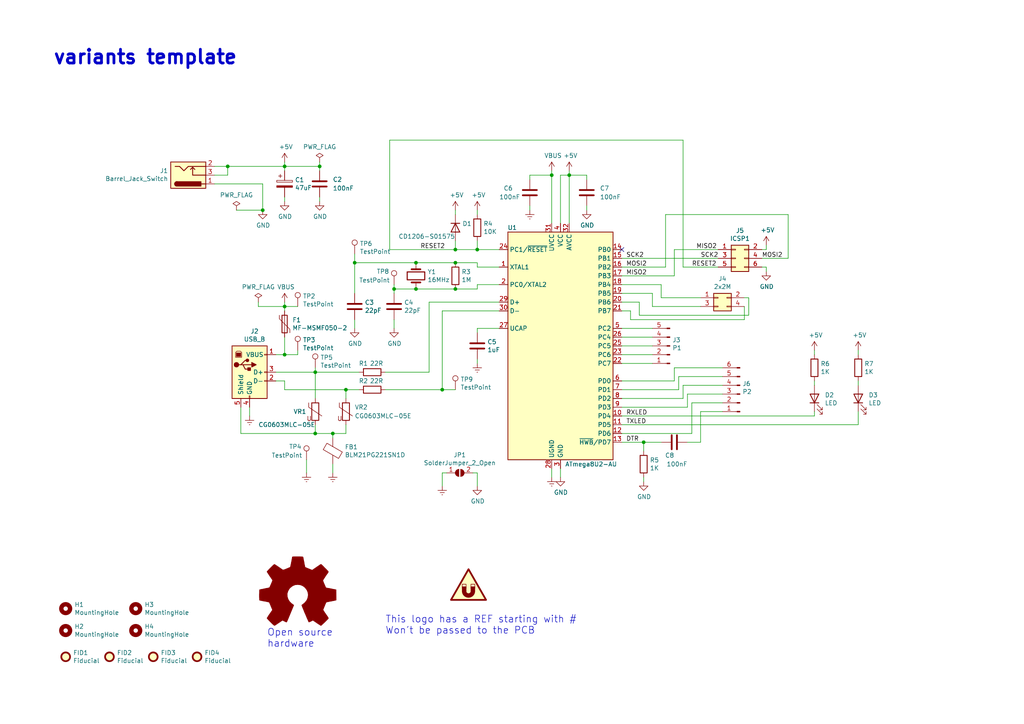
<source format=kicad_sch>
(kicad_sch (version 20211123) (generator eeschema)
  (paper "A4")
  (title_block (title "Arduino UNO programmer") (date "2022-07-23") (rev "r1") (company "Arduino") (comment 1 "Just a copy of the original circuit, but not as ugly"))
  (lib_symbols
    (symbol "Connector:Barrel_Jack_Switch" (pin_names hide)
      (property "Reference" "J" (at 0 5.334 0))
      (property "Value" "Barrel_Jack_Switch" (at 0 -5.08 0))
      (symbol "Barrel_Jack_Switch_1_1"
        (pin passive line (at 7.62 2.54 180) (length 2.54) (name "~") (number "1"))
        (pin passive line (at 7.62 -2.54 180) (length 2.54) (name "~") (number "2"))
        (pin passive line (at 7.62 0 180) (length 2.54) (name "~") (number "3"))
      )
    )
    (symbol "Connector:Conn_01x05_Male" (pin_names (offset 1.016) hide)
      (property "Reference" "J" (at 0 7.62 0))
      (property "Value" "Conn_01x05_Male" (at 0 -7.62 0))
      (symbol "Conn_01x05_Male_1_1"
        (pin passive line (at 5.08 5.08 180) (length 3.81) (name "Pin_1") (number "1"))
        (pin passive line (at 5.08 2.54 180) (length 3.81) (name "Pin_2") (number "2"))
        (pin passive line (at 5.08 0 180) (length 3.81) (name "Pin_3") (number "3"))
        (pin passive line (at 5.08 -2.54 180) (length 3.81) (name "Pin_4") (number "4"))
        (pin passive line (at 5.08 -5.08 180) (length 3.81) (name "Pin_5") (number "5"))
      )
    )
    (symbol "Connector:Conn_01x06_Male" (pin_names (offset 1.016) hide)
      (property "Reference" "J" (at 0 7.62 0))
      (property "Value" "Conn_01x06_Male" (at 0 -10.16 0))
      (symbol "Conn_01x06_Male_1_1"
        (pin passive line (at 5.08 5.08 180) (length 3.81) (name "Pin_1") (number "1"))
        (pin passive line (at 5.08 2.54 180) (length 3.81) (name "Pin_2") (number "2"))
        (pin passive line (at 5.08 0 180) (length 3.81) (name "Pin_3") (number "3"))
        (pin passive line (at 5.08 -2.54 180) (length 3.81) (name "Pin_4") (number "4"))
        (pin passive line (at 5.08 -5.08 180) (length 3.81) (name "Pin_5") (number "5"))
        (pin passive line (at 5.08 -7.62 180) (length 3.81) (name "Pin_6") (number "6"))
      )
    )
    (symbol "Connector:TestPoint" (pin_numbers hide) (pin_names (offset 0.762) hide)
      (property "Reference" "TP" (at 0 6.858 0))
      (property "Value" "TestPoint" (at 0 5.08 0))
      (symbol "TestPoint_1_1"
        (pin passive line (at 0 0 90) (length 2.54) (name "1") (number "1"))
      )
    )
    (symbol "Connector:USB_B" (pin_names (offset 1.016))
      (property "Reference" "J" (at -5.08 11.43 0))
      (property "Value" "USB_B" (at -5.08 8.89 0))
      (symbol "USB_B_1_1"
        (pin power_out line (at 7.62 5.08 180) (length 2.54) (name "VBUS") (number "1"))
        (pin bidirectional line (at 7.62 -2.54 180) (length 2.54) (name "D-") (number "2"))
        (pin bidirectional line (at 7.62 0 180) (length 2.54) (name "D+") (number "3"))
        (pin power_out line (at 0 -10.16 90) (length 2.54) (name "GND") (number "4"))
        (pin passive line (at -2.54 -10.16 90) (length 2.54) (name "Shield") (number "5"))
      )
    )
    (symbol "Connector_Generic:Conn_02x02_Odd_Even" (pin_names (offset 1.016) hide)
      (property "Reference" "J" (at 1.27 2.54 0))
      (property "Value" "Conn_02x02_Odd_Even" (at 1.27 -5.08 0))
      (symbol "Conn_02x02_Odd_Even_1_1"
        (pin passive line (at -5.08 0 0) (length 3.81) (name "Pin_1") (number "1"))
        (pin passive line (at 7.62 0 180) (length 3.81) (name "Pin_2") (number "2"))
        (pin passive line (at -5.08 -2.54 0) (length 3.81) (name "Pin_3") (number "3"))
        (pin passive line (at 7.62 -2.54 180) (length 3.81) (name "Pin_4") (number "4"))
      )
    )
    (symbol "Connector_Generic:Conn_02x03_Odd_Even" (pin_names (offset 1.016) hide)
      (property "Reference" "J" (at 1.27 5.08 0))
      (property "Value" "Conn_02x03_Odd_Even" (at 1.27 -5.08 0))
      (symbol "Conn_02x03_Odd_Even_1_1"
        (pin passive line (at -5.08 2.54 0) (length 3.81) (name "Pin_1") (number "1"))
        (pin passive line (at 7.62 2.54 180) (length 3.81) (name "Pin_2") (number "2"))
        (pin passive line (at -5.08 0 0) (length 3.81) (name "Pin_3") (number "3"))
        (pin passive line (at 7.62 0 180) (length 3.81) (name "Pin_4") (number "4"))
        (pin passive line (at -5.08 -2.54 0) (length 3.81) (name "Pin_5") (number "5"))
        (pin passive line (at 7.62 -2.54 180) (length 3.81) (name "Pin_6") (number "6"))
      )
    )
    (symbol "Device:C" (pin_numbers hide) (pin_names (offset 0.254))
      (property "Reference" "C" (at 0.635 2.54 0))
      (property "Value" "C" (at 0.635 -2.54 0))
      (symbol "C_1_1"
        (pin passive line (at 0 3.81 270) (length 2.794) (name "~") (number "1"))
        (pin passive line (at 0 -3.81 90) (length 2.794) (name "~") (number "2"))
      )
    )
    (symbol "Device:C_Polarized" (pin_numbers hide) (pin_names (offset 0.254))
      (property "Reference" "C" (at 0.635 2.54 0))
      (property "Value" "C_Polarized" (at 0.635 -2.54 0))
      (symbol "C_Polarized_1_1"
        (pin passive line (at 0 3.81 270) (length 2.794) (name "~") (number "1"))
        (pin passive line (at 0 -3.81 90) (length 2.794) (name "~") (number "2"))
      )
    )
    (symbol "Device:Crystal" (pin_numbers hide) (pin_names (offset 1.016) hide)
      (property "Reference" "Y" (at 0 3.81 0))
      (property "Value" "Crystal" (at 0 -3.81 0))
      (symbol "Crystal_1_1"
        (pin passive line (at -3.81 0 0) (length 1.27) (name "1") (number "1"))
        (pin passive line (at 3.81 0 180) (length 1.27) (name "2") (number "2"))
      )
    )
    (symbol "Device:D" (pin_numbers hide) (pin_names (offset 1.016) hide)
      (property "Reference" "D" (at 0 2.54 0))
      (property "Value" "D" (at 0 -2.54 0))
      (symbol "D_1_1"
        (pin passive line (at -3.81 0 0) (length 2.54) (name "K") (number "1"))
        (pin passive line (at 3.81 0 180) (length 2.54) (name "A") (number "2"))
      )
    )
    (symbol "Device:FerriteBead" (pin_numbers hide) (pin_names (offset 0))
      (property "Reference" "FB" (at -3.81 0.635 90))
      (property "Value" "FerriteBead" (at 3.81 0 90))
      (symbol "FerriteBead_1_1"
        (pin passive line (at 0 3.81 270) (length 2.54) (name "~") (number "1"))
        (pin passive line (at 0 -3.81 90) (length 2.54) (name "~") (number "2"))
      )
    )
    (symbol "Device:LED" (pin_numbers hide) (pin_names (offset 1.016) hide)
      (property "Reference" "D" (at 0 2.54 0))
      (property "Value" "LED" (at 0 -2.54 0))
      (symbol "LED_1_1"
        (pin passive line (at -3.81 0 0) (length 2.54) (name "K") (number "1"))
        (pin passive line (at 3.81 0 180) (length 2.54) (name "A") (number "2"))
      )
    )
    (symbol "Device:Polyfuse" (pin_numbers hide) (pin_names (offset 0))
      (property "Reference" "F" (at -2.54 0 90))
      (property "Value" "Polyfuse" (at 2.54 0 90))
      (symbol "Polyfuse_1_1"
        (pin passive line (at 0 3.81 270) (length 1.27) (name "~") (number "1"))
        (pin passive line (at 0 -3.81 90) (length 1.27) (name "~") (number "2"))
      )
    )
    (symbol "Device:R" (pin_numbers hide) (pin_names (offset 0))
      (property "Reference" "R" (at 2.032 0 90))
      (property "Value" "R" (at 0 0 90))
      (symbol "R_1_1"
        (pin passive line (at 0 3.81 270) (length 1.27) (name "~") (number "1"))
        (pin passive line (at 0 -3.81 90) (length 1.27) (name "~") (number "2"))
      )
    )
    (symbol "Device:Varistor" (pin_numbers hide) (pin_names (offset 0))
      (property "Reference" "RV" (at 3.175 0 90))
      (property "Value" "Varistor" (at -3.175 0 90))
      (symbol "Varistor_0_0"
        (text "U" (at -1.778 -2.032 0) (effects (font (size 1.27 1.27))))
      )
      (symbol "Varistor_1_1"
        (pin passive line (at 0 3.81 270) (length 1.27) (name "~") (number "1"))
        (pin passive line (at 0 -3.81 90) (length 1.27) (name "~") (number "2"))
      )
    )
    (symbol "Graphic:Logo_Open_Hardware_Large" (pin_names (offset 1.016)))
    (symbol "Graphic:SYM_Magnet_Large" (pin_names (offset 1.016) hide))
    (symbol "Jumper:SolderJumper_2_Open" (pin_names (offset 0) hide)
      (property "Reference" "JP" (at 0 2.032 0))
      (property "Value" "SolderJumper_2_Open" (at 0 -2.54 0))
      (symbol "SolderJumper_2_Open_1_1"
        (pin passive line (at -3.81 0 0) (length 2.54) (name "A") (number "1"))
        (pin passive line (at 3.81 0 180) (length 2.54) (name "B") (number "2"))
      )
    )
    (symbol "MCU_Microchip_ATmega:ATmega8U2-A"
      (property "Reference" "U" (at -15.24 34.29 0))
      (property "Value" "ATmega8U2-A" (at 2.54 -34.29 0))
      (symbol "ATmega8U2-A_1_1"
        (pin input line (at -17.78 22.86 0) (length 2.54) (name "XTAL1") (number "1"))
        (pin bidirectional line (at 17.78 -20.32 180) (length 2.54) (name "PD4") (number "10"))
        (pin bidirectional line (at 17.78 -22.86 180) (length 2.54) (name "PD5") (number "11"))
        (pin bidirectional line (at 17.78 -25.4 180) (length 2.54) (name "PD6") (number "12"))
        (pin bidirectional line (at 17.78 -27.94 180) (length 2.54) (name "~{HWB}/PD7") (number "13"))
        (pin bidirectional line (at 17.78 27.94 180) (length 2.54) (name "PB0") (number "14"))
        (pin bidirectional line (at 17.78 25.4 180) (length 2.54) (name "PB1") (number "15"))
        (pin bidirectional line (at 17.78 22.86 180) (length 2.54) (name "PB2") (number "16"))
        (pin bidirectional line (at 17.78 20.32 180) (length 2.54) (name "PB3") (number "17"))
        (pin bidirectional line (at 17.78 17.78 180) (length 2.54) (name "PB4") (number "18"))
        (pin bidirectional line (at 17.78 15.24 180) (length 2.54) (name "PB5") (number "19"))
        (pin bidirectional line (at -17.78 17.78 0) (length 2.54) (name "PC0/XTAL2") (number "2"))
        (pin bidirectional line (at 17.78 12.7 180) (length 2.54) (name "PB6") (number "20"))
        (pin bidirectional line (at 17.78 10.16 180) (length 2.54) (name "PB7") (number "21"))
        (pin bidirectional line (at 17.78 -5.08 180) (length 2.54) (name "PC7") (number "22"))
        (pin bidirectional line (at 17.78 -2.54 180) (length 2.54) (name "PC6") (number "23"))
        (pin bidirectional line (at -17.78 27.94 0) (length 2.54) (name "PC1/~{RESET}") (number "24"))
        (pin bidirectional line (at 17.78 0 180) (length 2.54) (name "PC5") (number "25"))
        (pin bidirectional line (at 17.78 2.54 180) (length 2.54) (name "PC4") (number "26"))
        (pin passive line (at -17.78 5.08 0) (length 2.54) (name "UCAP") (number "27"))
        (pin power_in line (at -2.54 -35.56 90) (length 2.54) (name "UGND") (number "28"))
        (pin bidirectional line (at -17.78 12.7 0) (length 2.54) (name "D+") (number "29"))
        (pin power_in line (at 0 -35.56 90) (length 2.54) (name "GND") (number "3"))
        (pin bidirectional line (at -17.78 10.16 0) (length 2.54) (name "D-") (number "30"))
        (pin power_in line (at -2.54 35.56 270) (length 2.54) (name "UVCC") (number "31"))
        (pin power_in line (at 2.54 35.56 270) (length 2.54) (name "AVCC") (number "32"))
        (pin power_in line (at 0 35.56 270) (length 2.54) (name "VCC") (number "4"))
        (pin bidirectional line (at 17.78 5.08 180) (length 2.54) (name "PC2") (number "5"))
        (pin bidirectional line (at 17.78 -10.16 180) (length 2.54) (name "PD0") (number "6"))
        (pin bidirectional line (at 17.78 -12.7 180) (length 2.54) (name "PD1") (number "7"))
        (pin bidirectional line (at 17.78 -15.24 180) (length 2.54) (name "PD2") (number "8"))
        (pin bidirectional line (at 17.78 -17.78 180) (length 2.54) (name "PD3") (number "9"))
      )
    )
    (symbol "Mechanical:Fiducial"
      (property "Reference" "FID" (at 0 5.08 0))
      (property "Value" "Fiducial" (at 0 3.175 0))
    )
    (symbol "Mechanical:MountingHole" (pin_names (offset 1.016))
      (property "Reference" "H" (at 0 5.08 0))
      (property "Value" "MountingHole" (at 0 3.175 0))
    )
    (symbol "power:+5V" (power) (pin_names (offset 0))
      (property "Value" "+5V" (at 0 3.556 0))
      (symbol "+5V_1_1"
        (pin power_in line (at 0 0 90) (length 0) hide (name "+5V") (number "1"))
      )
    )
    (symbol "power:Earth" (power) (pin_names (offset 0))
      (symbol "Earth_1_1"
        (pin power_in line (at 0 0 270) (length 0) hide (name "Earth") (number "1"))
      )
    )
    (symbol "power:GND" (power) (pin_names (offset 0))
      (property "Value" "GND" (at 0 -3.81 0))
      (symbol "GND_1_1"
        (pin power_in line (at 0 0 270) (length 0) hide (name "GND") (number "1"))
      )
    )
    (symbol "power:PWR_FLAG" (power) (pin_numbers hide) (pin_names (offset 0) hide)
      (property "Value" "PWR_FLAG" (at 0 3.81 0))
      (symbol "PWR_FLAG_0_0"
        (pin power_out line (at 0 0 90) (length 0) (name "pwr") (number "1"))
      )
    )
    (symbol "power:VBUS" (power) (pin_names (offset 0))
      (property "Value" "VBUS" (at 0 3.81 0))
      (symbol "VBUS_1_1"
        (pin power_in line (at 0 0 90) (length 0) hide (name "VBUS") (number "1"))
      )
    )
  )
  (junction (at 82.55 88.9))
  (junction (at 160.02 50.8))
  (junction (at 132.08 76.2))
  (junction (at 91.44 125.73))
  (junction (at 100.33 113.03))
  (junction (at 138.43 72.39))
  (junction (at 128.27 113.03))
  (junction (at 96.52 125.73))
  (junction (at 186.69 128.27))
  (junction (at 120.65 76.2))
  (junction (at 114.3 83.82))
  (junction (at 82.55 48.26))
  (junction (at 92.71 48.26))
  (junction (at 102.87 76.2))
  (junction (at 132.08 72.39))
  (junction (at 82.55 102.87))
  (junction (at 91.44 107.95))
  (junction (at 165.1 50.8))
  (junction (at 132.08 83.82))
  (junction (at 66.04 48.26))
  (junction (at 76.2 60.96))
  (junction (at 120.65 83.82))
  (no_connect (at 180.34 72.39))
  (wire (pts (xy 186.69 130.81) (xy 186.69 128.27)))
  (wire (pts (xy 96.52 125.73) (xy 96.52 127)))
  (wire (pts (xy 91.44 125.73) (xy 96.52 125.73)))
  (wire (pts (xy 82.55 102.87) (xy 82.55 97.79)))
  (wire (pts (xy 92.71 46.99) (xy 92.71 48.26)))
  (wire (pts (xy 66.04 50.8) (xy 66.04 48.26)))
  (wire (pts (xy 162.56 50.8) (xy 165.1 50.8)))
  (wire (pts (xy 248.92 123.19) (xy 248.92 119.38)))
  (wire (pts (xy 153.67 50.8) (xy 160.02 50.8)))
  (wire (pts (xy 144.78 95.25) (xy 138.43 95.25)))
  (wire (pts (xy 132.08 76.2) (xy 120.65 76.2)))
  (wire (pts (xy 111.76 113.03) (xy 128.27 113.03)))
  (wire (pts (xy 182.88 92.71) (xy 215.9 92.71)))
  (wire (pts (xy 128.27 137.16) (xy 128.27 140.97)))
  (wire (pts (xy 180.34 85.09) (xy 189.23 85.09)))
  (wire (pts (xy 209.55 106.68) (xy 195.58 106.68)))
  (wire (pts (xy 114.3 92.71) (xy 114.3 95.25)))
  (wire (pts (xy 180.34 80.01) (xy 195.58 80.01)))
  (wire (pts (xy 162.56 64.77) (xy 162.56 50.8)))
  (wire (pts (xy 82.55 113.03) (xy 82.55 110.49)))
  (wire (pts (xy 203.2 128.27) (xy 203.2 119.38)))
  (wire (pts (xy 180.34 87.63) (xy 185.42 87.63)))
  (wire (pts (xy 100.33 113.03) (xy 82.55 113.03)))
  (wire (pts (xy 76.2 60.96) (xy 68.58 60.96)))
  (wire (pts (xy 138.43 77.47) (xy 138.43 76.2)))
  (wire (pts (xy 138.43 95.25) (xy 138.43 96.52)))
  (wire (pts (xy 132.08 69.85) (xy 132.08 72.39)))
  (wire (pts (xy 62.23 50.8) (xy 66.04 50.8)))
  (wire (pts (xy 120.65 83.82) (xy 114.3 83.82)))
  (wire (pts (xy 198.12 111.76) (xy 198.12 115.57)))
  (wire (pts (xy 217.17 91.44) (xy 217.17 86.36)))
  (wire (pts (xy 220.98 72.39) (xy 222.25 72.39)))
  (wire (pts (xy 69.85 118.11) (xy 69.85 125.73)))
  (wire (pts (xy 153.67 52.07) (xy 153.67 50.8)))
  (wire (pts (xy 114.3 82.55) (xy 114.3 83.82)))
  (wire (pts (xy 199.39 128.27) (xy 203.2 128.27)))
  (wire (pts (xy 195.58 80.01) (xy 195.58 72.39)))
  (wire (pts (xy 198.12 40.64) (xy 113.03 40.64)))
  (wire (pts (xy 113.03 72.39) (xy 132.08 72.39)))
  (wire (pts (xy 153.67 59.69) (xy 153.67 60.96)))
  (wire (pts (xy 236.22 120.65) (xy 236.22 119.38)))
  (wire (pts (xy 180.34 95.25) (xy 189.23 95.25)))
  (wire (pts (xy 198.12 77.47) (xy 198.12 40.64)))
  (wire (pts (xy 80.01 102.87) (xy 82.55 102.87)))
  (wire (pts (xy 129.54 137.16) (xy 128.27 137.16)))
  (wire (pts (xy 92.71 57.15) (xy 92.71 58.42)))
  (wire (pts (xy 144.78 77.47) (xy 138.43 77.47)))
  (wire (pts (xy 182.88 90.17) (xy 182.88 92.71)))
  (wire (pts (xy 91.44 106.68) (xy 91.44 107.95)))
  (wire (pts (xy 199.39 114.3) (xy 209.55 114.3)))
  (wire (pts (xy 96.52 125.73) (xy 100.33 125.73)))
  (wire (pts (xy 138.43 83.82) (xy 138.43 82.55)))
  (wire (pts (xy 236.22 110.49) (xy 236.22 111.76)))
  (wire (pts (xy 96.52 134.62) (xy 96.52 137.16)))
  (wire (pts (xy 62.23 48.26) (xy 66.04 48.26)))
  (wire (pts (xy 180.34 125.73) (xy 200.66 125.73)))
  (wire (pts (xy 120.65 76.2) (xy 102.87 76.2)))
  (wire (pts (xy 72.39 118.11) (xy 72.39 120.65)))
  (wire (pts (xy 165.1 64.77) (xy 165.1 50.8)))
  (wire (pts (xy 180.34 118.11) (xy 199.39 118.11)))
  (wire (pts (xy 220.98 77.47) (xy 222.25 77.47)))
  (wire (pts (xy 138.43 76.2) (xy 132.08 76.2)))
  (wire (pts (xy 195.58 72.39) (xy 208.28 72.39)))
  (wire (pts (xy 132.08 83.82) (xy 120.65 83.82)))
  (wire (pts (xy 100.33 115.57) (xy 100.33 113.03)))
  (wire (pts (xy 180.34 120.65) (xy 236.22 120.65)))
  (wire (pts (xy 180.34 128.27) (xy 186.69 128.27)))
  (wire (pts (xy 170.18 52.07) (xy 170.18 50.8)))
  (wire (pts (xy 138.43 60.96) (xy 138.43 62.23)))
  (wire (pts (xy 180.34 82.55) (xy 191.77 82.55)))
  (wire (pts (xy 195.58 106.68) (xy 195.58 110.49)))
  (wire (pts (xy 189.23 85.09) (xy 189.23 88.9)))
  (wire (pts (xy 189.23 88.9) (xy 203.2 88.9)))
  (wire (pts (xy 102.87 76.2) (xy 102.87 85.09)))
  (wire (pts (xy 128.27 113.03) (xy 128.27 90.17)))
  (wire (pts (xy 92.71 48.26) (xy 92.71 49.53)))
  (wire (pts (xy 189.23 97.79) (xy 180.34 97.79)))
  (wire (pts (xy 185.42 87.63) (xy 185.42 91.44)))
  (wire (pts (xy 86.36 101.6) (xy 86.36 102.87)))
  (wire (pts (xy 170.18 59.69) (xy 170.18 60.96)))
  (wire (pts (xy 138.43 105.41) (xy 138.43 104.14)))
  (wire (pts (xy 186.69 138.43) (xy 186.69 139.7)))
  (wire (pts (xy 82.55 57.15) (xy 82.55 58.42)))
  (wire (pts (xy 82.55 110.49) (xy 80.01 110.49)))
  (wire (pts (xy 180.34 100.33) (xy 189.23 100.33)))
  (wire (pts (xy 138.43 137.16) (xy 138.43 140.97)))
  (wire (pts (xy 132.08 60.96) (xy 132.08 62.23)))
  (wire (pts (xy 228.6 74.93) (xy 228.6 62.23)))
  (wire (pts (xy 82.55 46.99) (xy 82.55 48.26)))
  (wire (pts (xy 137.16 137.16) (xy 138.43 137.16)))
  (wire (pts (xy 222.25 72.39) (xy 222.25 71.12)))
  (wire (pts (xy 208.28 77.47) (xy 198.12 77.47)))
  (wire (pts (xy 104.14 113.03) (xy 100.33 113.03)))
  (wire (pts (xy 86.36 88.9) (xy 82.55 88.9)))
  (wire (pts (xy 198.12 115.57) (xy 180.34 115.57)))
  (wire (pts (xy 189.23 102.87) (xy 180.34 102.87)))
  (wire (pts (xy 100.33 125.73) (xy 100.33 123.19)))
  (wire (pts (xy 203.2 119.38) (xy 209.55 119.38)))
  (wire (pts (xy 180.34 113.03) (xy 196.85 113.03)))
  (wire (pts (xy 222.25 77.47) (xy 222.25 78.74)))
  (wire (pts (xy 185.42 91.44) (xy 217.17 91.44)))
  (wire (pts (xy 114.3 83.82) (xy 114.3 85.09)))
  (wire (pts (xy 66.04 48.26) (xy 82.55 48.26)))
  (wire (pts (xy 191.77 82.55) (xy 191.77 86.36)))
  (wire (pts (xy 180.34 90.17) (xy 182.88 90.17)))
  (wire (pts (xy 236.22 101.6) (xy 236.22 102.87)))
  (wire (pts (xy 124.46 87.63) (xy 124.46 107.95)))
  (wire (pts (xy 199.39 118.11) (xy 199.39 114.3)))
  (wire (pts (xy 180.34 74.93) (xy 208.28 74.93)))
  (wire (pts (xy 217.17 86.36) (xy 215.9 86.36)))
  (wire (pts (xy 82.55 48.26) (xy 92.71 48.26)))
  (wire (pts (xy 102.87 92.71) (xy 102.87 95.25)))
  (wire (pts (xy 195.58 110.49) (xy 180.34 110.49)))
  (wire (pts (xy 193.04 62.23) (xy 228.6 62.23)))
  (wire (pts (xy 113.03 40.64) (xy 113.03 72.39)))
  (wire (pts (xy 196.85 113.03) (xy 196.85 109.22)))
  (wire (pts (xy 74.93 88.9) (xy 74.93 87.63)))
  (wire (pts (xy 82.55 48.26) (xy 82.55 49.53)))
  (wire (pts (xy 165.1 50.8) (xy 165.1 49.53)))
  (wire (pts (xy 160.02 64.77) (xy 160.02 50.8)))
  (wire (pts (xy 160.02 135.89) (xy 160.02 138.43)))
  (wire (pts (xy 138.43 82.55) (xy 144.78 82.55)))
  (wire (pts (xy 248.92 110.49) (xy 248.92 111.76)))
  (wire (pts (xy 144.78 87.63) (xy 124.46 87.63)))
  (wire (pts (xy 69.85 125.73) (xy 91.44 125.73)))
  (wire (pts (xy 132.08 72.39) (xy 138.43 72.39)))
  (wire (pts (xy 200.66 125.73) (xy 200.66 116.84)))
  (wire (pts (xy 193.04 77.47) (xy 193.04 62.23)))
  (wire (pts (xy 180.34 123.19) (xy 248.92 123.19)))
  (wire (pts (xy 91.44 107.95) (xy 104.14 107.95)))
  (wire (pts (xy 102.87 73.66) (xy 102.87 76.2)))
  (wire (pts (xy 91.44 123.19) (xy 91.44 125.73)))
  (wire (pts (xy 132.08 83.82) (xy 138.43 83.82)))
  (wire (pts (xy 76.2 53.34) (xy 76.2 60.96)))
  (wire (pts (xy 209.55 111.76) (xy 198.12 111.76)))
  (wire (pts (xy 82.55 88.9) (xy 82.55 87.63)))
  (wire (pts (xy 165.1 50.8) (xy 170.18 50.8)))
  (wire (pts (xy 91.44 115.57) (xy 91.44 107.95)))
  (wire (pts (xy 196.85 109.22) (xy 209.55 109.22)))
  (wire (pts (xy 62.23 53.34) (xy 76.2 53.34)))
  (wire (pts (xy 132.08 113.03) (xy 128.27 113.03)))
  (wire (pts (xy 80.01 107.95) (xy 91.44 107.95)))
  (wire (pts (xy 200.66 116.84) (xy 209.55 116.84)))
  (wire (pts (xy 162.56 135.89) (xy 162.56 138.43)))
  (wire (pts (xy 191.77 86.36) (xy 203.2 86.36)))
  (wire (pts (xy 180.34 105.41) (xy 189.23 105.41)))
  (wire (pts (xy 160.02 50.8) (xy 160.02 49.53)))
  (wire (pts (xy 124.46 107.95) (xy 111.76 107.95)))
  (wire (pts (xy 82.55 88.9) (xy 74.93 88.9)))
  (wire (pts (xy 138.43 72.39) (xy 144.78 72.39)))
  (wire (pts (xy 128.27 90.17) (xy 144.78 90.17)))
  (wire (pts (xy 248.92 101.6) (xy 248.92 102.87)))
  (wire (pts (xy 82.55 90.17) (xy 82.55 88.9)))
  (wire (pts (xy 186.69 128.27) (xy 191.77 128.27)))
  (wire (pts (xy 215.9 92.71) (xy 215.9 88.9)))
  (wire (pts (xy 88.9 133.35) (xy 88.9 137.16)))
  (wire (pts (xy 138.43 69.85) (xy 138.43 72.39)))
  (wire (pts (xy 180.34 77.47) (xy 193.04 77.47)))
  (wire (pts (xy 220.98 74.93) (xy 228.6 74.93)))
  (wire (pts (xy 86.36 102.87) (xy 82.55 102.87)))
  (text "Open source\nhardware" (at 77.47 187.96 0) (effects (font (size 2.0066 2.0066)) (justify left bottom)))
  (text "This logo has a REF starting with #\nWon't be passed to the PCB" (at 111.76 184.15 0) (effects (font (size 2.0066 2.0066)) (justify left bottom)))
  (text "variants template" (at 15.24 19.05 0) (effects (font (size 3.9878 3.9878) (thickness 0.7976) bold) (justify left bottom)))
  (label "RESET2" (at 121.92 72.39 0))
  (label "MISO2" (at 181.61 80.01 0))
  (label "DTR" (at 181.61 128.27 0))
  (label "SCK2" (at 181.61 74.93 0))
  (label "RXLED" (at 181.61 120.65 0))
  (label "RESET2" (at 200.66 77.47 0))
  (label "MISO2" (at 201.93 72.39 0))
  (label "SCK2" (at 203.2 74.93 0))
  (label "TXLED" (at 181.61 123.19 0))
  (label "MOSI2" (at 220.98 74.93 0))
  (label "MOSI2" (at 181.61 77.47 0))
  (symbol (lib_id "MCU_Microchip_ATmega:ATmega8U2-A") (at 162.56 100.33 0) (unit 1)
    (property "Reference" "U1" (at 148.59 66.04 0))
    (property "Value" "ATmega8U2-AU" (at 171.45 134.62 0))
    (property "Footprint" "Package_QFP:TQFP-32_7x7mm_P0.8mm" (effects hide))
    (property "Datasheet" "http://ww1.microchip.com/downloads/en/DeviceDoc/doc7799.pdf" (effects hide))
  )
  (symbol (lib_id "Device:R") (at 132.08 80.01 0) (unit 1)
    (property "Reference" "R3" (at 133.858 78.8416 0) (effects (justify left)))
    (property "Value" "1M" (at 133.858 81.153 0) (effects (justify left)))
    (property "Footprint" "Resistor_SMD:R_0805_2012Metric" (effects hide))
    (property "Config" "+USB,+XTAL" (effects hide))
  )
  (symbol (lib_id "Device:C") (at 114.3 88.9 0) (unit 1)
    (property "Reference" "C4" (at 117.221 87.7316 0) (effects (justify left)))
    (property "Value" "22pF" (at 117.221 90.043 0) (effects (justify left)))
    (property "Footprint" "Capacitor_SMD:C_0805_2012Metric" (effects hide))
    (property "Config" "+USB,+XTAL" (effects hide))
  )
  (symbol (lib_id "Device:C") (at 102.87 88.9 0) (unit 1)
    (property "Reference" "C3" (at 105.791 87.7316 0) (effects (justify left)))
    (property "Value" "22pF" (at 105.791 90.043 0) (effects (justify left)))
    (property "Footprint" "Capacitor_SMD:C_0805_2012Metric" (effects hide))
    (property "Config" "+USB,+XTAL" (effects hide))
  )
  (symbol (lib_id "power:GND") (at 102.87 95.25 0) (unit 1)
    (property "Reference" "#PWR09" (effects hide))
    (property "Value" "GND" (at 102.997 99.6442 0))
  )
  (symbol (lib_id "power:GND") (at 114.3 95.25 0) (unit 1)
    (property "Reference" "#PWR010" (effects hide))
    (property "Value" "GND" (at 114.427 99.6442 0))
  )
  (symbol (lib_id "Connector:TestPoint") (at 102.87 73.66 0) (unit 1)
    (property "Reference" "TP6" (at 104.3432 70.6628 0) (effects (justify left)))
    (property "Value" "TestPoint" (at 104.3432 72.9742 0) (effects (justify left)))
    (property "Footprint" "TestPoint:TestPoint_Pad_D1.0mm" (effects hide))
  )
  (symbol (lib_id "Connector:TestPoint") (at 114.3 82.55 0) (unit 1)
    (property "Reference" "TP8" (at 109.22 78.74 0) (effects (justify left)))
    (property "Value" "TestPoint" (at 104.14 81.28 0) (effects (justify left)))
    (property "Footprint" "TestPoint:TestPoint_Pad_D1.0mm" (effects hide))
  )
  (symbol (lib_id "Device:Varistor") (at 100.33 119.38 0) (unit 1)
    (property "Reference" "VR2" (at 102.87 118.11 0) (effects (justify left)))
    (property "Value" "CG0603MLC-05E" (at 102.87 120.65 0) (effects (justify left)))
    (property "Footprint" "Resistor_SMD:R_0603_1608Metric" (effects hide))
    (property "Datasheet" "https://www.bourns.com/docs/Product-Datasheets/MLC.pdf" (effects hide))
    (property "MFN" "Bourns Inc." (effects hide))
    (property "MFP" "CG0603MLC-05E" (effects hide))
    (property "Config" "+USB" (effects hide))
  )
  (symbol (lib_id "Device:Crystal") (at 120.65 80.01 270) (unit 1)
    (property "Reference" "Y1" (at 123.9774 78.8416 90) (effects (justify left)))
    (property "Value" "16MHz" (at 123.9774 81.153 90) (effects (justify left)))
    (property "Footprint" "Crystal:Crystal_SMD_Abracon_ABM3-2Pin_5.0x3.2mm" (effects hide))
    (property "Datasheet" "https://www.foxonline.com/pdfs/C4ST.pdf" (effects hide))
    (property "MFN" "Abracon LLC" (effects hide))
    (property "MFP" "ABM3-16.000MHZ-B2-T" (effects hide))
    (property "Config" "+USB,+XTAL" (effects hide))
  )
  (symbol (lib_id "Device:R") (at 107.95 107.95 270) (unit 1)
    (property "Reference" "R1" (at 105.41 105.41 90))
    (property "Value" "22R" (at 109.22 105.41 90))
    (property "Footprint" "Resistor_SMD:R_0805_2012Metric" (effects hide))
    (property "Config" "+USB" (effects hide))
  )
  (symbol (lib_id "Device:R") (at 107.95 113.03 270) (unit 1)
    (property "Reference" "R2" (at 105.41 110.49 90))
    (property "Value" "22R" (at 109.22 110.49 90))
    (property "Footprint" "Resistor_SMD:R_0805_2012Metric" (effects hide))
    (property "Config" "+USB" (effects hide))
  )
  (symbol (lib_id "Connector:USB_B") (at 72.39 107.95 0) (unit 1)
    (property "Reference" "J2" (at 73.8378 96.0882 0))
    (property "Value" "USB_B" (at 73.8378 98.3996 0))
    (property "Footprint" "Connector_USB:USB_B_Lumberg_2411_02_Horizontal" (effects hide))
    (property "Datasheet" "https://www.te.com/commerce/DocumentDelivery/DDEController?Action=srchrtrv&DocNm=292304&DocType=Customer+Drawing&DocLang=English" (effects hide))
    (property "MFN" "TE Connectivity AMP Connectors" (effects hide))
    (property "MFP" "292304-1" (effects hide))
    (property "Config" "+USB" (effects hide))
  )
  (symbol (lib_id "Device:Varistor") (at 91.44 119.38 0) (unit 1)
    (property "Reference" "VR1" (at 85.09 119.38 0) (effects (justify left)))
    (property "Value" "CG0603MLC-05E" (at 74.93 123.19 0) (effects (justify left)))
    (property "Footprint" "Resistor_SMD:R_0603_1608Metric" (effects hide))
    (property "Datasheet" "https://www.bourns.com/docs/Product-Datasheets/MLC.pdf" (effects hide))
    (property "MFN" "Bourns Inc." (effects hide))
    (property "MFP" "CG0603MLC-05E" (effects hide))
    (property "Config" "+USB" (effects hide))
  )
  (symbol (lib_id "Device:FerriteBead") (at 96.52 130.81 0) (unit 1)
    (property "Reference" "FB1" (at 99.9998 129.6416 0) (effects (justify left)))
    (property "Value" "BLM21PG221SN1D" (at 99.9998 131.953 0) (effects (justify left)))
    (property "Footprint" "Resistor_SMD:R_0805_2012Metric" (effects hide))
    (property "Datasheet" "https://www.murata.com/en-eu/api/pdfdownloadapi?cate=cgsubChipFerriBead&partno=BLM21PG221SN1%23" (effects hide))
    (property "MFN" "Murata" (effects hide))
    (property "MFP" "BLM21PG221SN1D" (effects hide))
    (property "Config" "+USB" (effects hide))
  )
  (symbol (lib_id "Device:Polyfuse") (at 82.55 93.98 0) (unit 1)
    (property "Reference" "F1" (at 84.7852 92.8116 0) (effects (justify left)))
    (property "Value" "MF-MSMF050-2" (at 84.7852 95.123 0) (effects (justify left)))
    (property "Footprint" "Resistor_SMD:R_1812_4532Metric" (effects hide))
    (property "Datasheet" "https://www.bourns.com/docs/Product-Datasheets/mfmsmf.pdf" (effects hide))
    (property "Config" "+USB" (effects hide))
  )
  (symbol (lib_id "power:Earth") (at 96.52 137.16 0) (unit 1)
    (property "Reference" "#PWR08" (effects hide))
    (property "Value" "Earth" (effects hide))
  )
  (symbol (lib_id "power:Earth") (at 72.39 120.65 0) (unit 1)
    (property "Reference" "#PWR01" (effects hide))
    (property "Value" "Earth" (effects hide))
  )
  (symbol (lib_id "Connector:TestPoint") (at 91.44 106.68 0) (unit 1)
    (property "Reference" "TP5" (at 92.9132 103.6828 0) (effects (justify left)))
    (property "Value" "TestPoint" (at 92.9132 105.9942 0) (effects (justify left)))
    (property "Footprint" "TestPoint:TestPoint_Pad_D1.0mm" (effects hide))
  )
  (symbol (lib_id "Connector:TestPoint") (at 132.08 113.03 0) (unit 1)
    (property "Reference" "TP9" (at 133.5532 110.0328 0) (effects (justify left)))
    (property "Value" "TestPoint" (at 133.5532 112.3442 0) (effects (justify left)))
    (property "Footprint" "TestPoint:TestPoint_Pad_D1.0mm" (effects hide))
  )
  (symbol (lib_id "power:VBUS") (at 82.55 87.63 0) (unit 1)
    (property "Reference" "#PWR05" (effects hide))
    (property "Value" "VBUS" (at 82.931 83.2358 0))
  )
  (symbol (lib_id "Connector:TestPoint") (at 86.36 88.9 0) (unit 1)
    (property "Reference" "TP2" (at 87.8332 85.9028 0) (effects (justify left)))
    (property "Value" "TestPoint" (at 87.8332 88.2142 0) (effects (justify left)))
    (property "Footprint" "TestPoint:TestPoint_Pad_D1.0mm" (effects hide))
  )
  (symbol (lib_id "power:PWR_FLAG") (at 74.93 87.63 0) (unit 1)
    (property "Reference" "#FLG01" (effects hide))
    (property "Value" "PWR_FLAG" (at 74.93 83.2358 0))
  )
  (symbol (lib_id "power:Earth") (at 88.9 137.16 0) (unit 1)
    (property "Reference" "#PWR06" (effects hide))
    (property "Value" "Earth" (effects hide))
  )
  (symbol (lib_id "Graphic:SYM_Magnet_Large") (at 135.89 168.91 0) (unit 1)
    (property "Reference" "#SYM1" (effects hide))
    (property "Value" "SYM_Magnet_Large" (effects hide))
  )
  (symbol (lib_id "Connector:TestPoint") (at 88.9 133.35 0) (unit 1)
    (property "Reference" "TP4" (at 83.82 129.54 0) (effects (justify left)))
    (property "Value" "TestPoint" (at 78.74 132.08 0) (effects (justify left)))
    (property "Footprint" "TestPoint:TestPoint_Pad_D1.0mm" (effects hide))
  )
  (symbol (lib_id "Device:LED") (at 248.92 115.57 90) (unit 1)
    (property "Reference" "D3" (at 251.9172 114.5794 90) (effects (justify right)))
    (property "Value" "LED" (at 251.9172 116.8908 90) (effects (justify right)))
    (property "Footprint" "LED_SMD:LED_0805_2012Metric" (effects hide))
    (property "Datasheet" "https://dammedia.osram.info/media/resource/hires/osram-dam-2493936/LG%20R971.pdf" (effects hide))
    (property "MFN" "OSRAM Opto Semiconductors Inc." (effects hide))
    (property "MFP" "LG R971-KN-1" (effects hide))
  )
  (symbol (lib_id "power:Earth") (at 138.43 105.41 0) (unit 1)
    (property "Reference" "#PWR014" (effects hide))
    (property "Value" "Earth" (effects hide))
  )
  (symbol (lib_id "Device:C") (at 138.43 100.33 0) (unit 1)
    (property "Reference" "C5" (at 141.351 99.1616 0) (effects (justify left)))
    (property "Value" "1uF" (at 141.351 101.473 0) (effects (justify left)))
    (property "Footprint" "Capacitor_SMD:C_0805_2012Metric" (effects hide))
  )
  (symbol (lib_id "Connector:Barrel_Jack_Switch") (at 54.61 50.8 0) (mirror x) (unit 1)
    (property "Reference" "J1" (at 48.768 49.53 0) (effects (justify right)))
    (property "Value" "Barrel_Jack_Switch" (at 48.768 51.8414 0) (effects (justify right)))
    (property "Footprint" "Connector_BarrelJack:BarrelJack_CLIFF_FC681465S_SMT_Horizontal" (effects hide))
    (property "Datasheet" "https://www.we-online.de/katalog/datasheet/6941xx106102.pdf" (effects hide))
    (property "MFN" "Würth Elektronik" (effects hide))
    (property "MFP" "694106106102" (effects hide))
  )
  (symbol (lib_id "power:VBUS") (at 160.02 49.53 0) (unit 1)
    (property "Reference" "#PWR017" (effects hide))
    (property "Value" "VBUS" (at 160.401 45.1358 0))
  )
  (symbol (lib_id "Device:C") (at 153.67 55.88 0) (unit 1)
    (property "Reference" "C6" (at 146.05 54.61 0) (effects (justify left)))
    (property "Value" "100nF" (at 144.78 57.15 0) (effects (justify left)))
    (property "Footprint" "Capacitor_SMD:C_0805_2012Metric" (effects hide))
  )
  (symbol (lib_id "power:Earth") (at 153.67 60.96 0) (unit 1)
    (property "Reference" "#PWR016" (effects hide))
    (property "Value" "Earth" (effects hide))
  )
  (symbol (lib_id "Connector:TestPoint") (at 86.36 101.6 0) (unit 1)
    (property "Reference" "TP3" (at 87.8332 98.6028 0) (effects (justify left)))
    (property "Value" "TestPoint" (at 87.8332 100.9142 0) (effects (justify left)))
    (property "Footprint" "TestPoint:TestPoint_Pad_D1.0mm" (effects hide))
  )
  (symbol (lib_id "power:Earth") (at 160.02 138.43 0) (unit 1)
    (property "Reference" "#PWR018" (effects hide))
    (property "Value" "Earth" (effects hide))
  )
  (symbol (lib_id "power:GND") (at 162.56 138.43 0) (unit 1)
    (property "Reference" "#PWR019" (effects hide))
    (property "Value" "GND" (at 162.687 142.8242 0))
  )
  (symbol (lib_id "Jumper:SolderJumper_2_Open") (at 133.35 137.16 0) (unit 1)
    (property "Reference" "JP1" (at 133.35 131.953 0))
    (property "Value" "SolderJumper_2_Open" (at 133.35 134.2644 0))
    (property "Footprint" "Jumper:SolderJumper-2_P1.3mm_Open_RoundedPad1.0x1.5mm" (effects hide))
  )
  (symbol (lib_id "power:Earth") (at 128.27 140.97 0) (unit 1)
    (property "Reference" "#PWR011" (effects hide))
    (property "Value" "Earth" (effects hide))
  )
  (symbol (lib_id "power:GND") (at 138.43 140.97 0) (unit 1)
    (property "Reference" "#PWR015" (effects hide))
    (property "Value" "GND" (at 138.557 145.3642 0))
  )
  (symbol (lib_id "Device:R") (at 138.43 66.04 0) (unit 1)
    (property "Reference" "R4" (at 140.208 64.8716 0) (effects (justify left)))
    (property "Value" "10K" (at 140.208 67.183 0) (effects (justify left)))
    (property "Footprint" "Resistor_SMD:R_0805_2012Metric" (effects hide))
  )
  (symbol (lib_id "Device:D") (at 132.08 66.04 270) (unit 1)
    (property "Reference" "D1" (at 134.112 64.8716 90) (effects (justify left)))
    (property "Value" "CD1206-S01575" (at 115.57 68.58 90) (effects (justify left)))
    (property "Footprint" "Diode_SMD:D_1206_3216Metric" (effects hide))
  )
  (symbol (lib_id "power:+5V") (at 132.08 60.96 0) (unit 1)
    (property "Reference" "#PWR012" (effects hide))
    (property "Value" "+5V" (at 132.461 56.5658 0))
  )
  (symbol (lib_id "power:+5V") (at 138.43 60.96 0) (unit 1)
    (property "Reference" "#PWR013" (effects hide))
    (property "Value" "+5V" (at 138.811 56.5658 0))
  )
  (symbol (lib_id "Connector_Generic:Conn_02x03_Odd_Even") (at 213.36 74.93 0) (unit 1)
    (property "Reference" "J5" (at 214.63 66.8782 0))
    (property "Value" "ICSP1" (at 214.63 69.1896 0))
    (property "Footprint" "Connector_PinHeader_2.54mm:PinHeader_2x03_P2.54mm_Vertical" (effects hide))
    (property "Datasheet" "https://cdn.harwin.com/pdfs/M20-998.pdf" (effects hide))
    (property "MFN" "Harwin Inc." (effects hide))
    (property "MFP" "M20-9980346" (effects hide))
    (property "Config" "-USB" (effects hide))
  )
  (symbol (lib_id "power:+5V") (at 222.25 71.12 0) (unit 1)
    (property "Reference" "#PWR023" (effects hide))
    (property "Value" "+5V" (at 222.631 66.7258 0))
  )
  (symbol (lib_id "power:GND") (at 222.25 78.74 0) (unit 1)
    (property "Reference" "#PWR024" (effects hide))
    (property "Value" "GND" (at 222.377 83.1342 0))
  )
  (symbol (lib_id "Connector_Generic:Conn_02x02_Odd_Even") (at 208.28 86.36 0) (unit 1)
    (property "Reference" "J4" (at 209.55 80.8482 0))
    (property "Value" "2x2M" (at 209.55 83.1596 0))
    (property "Footprint" "Connector_PinHeader_2.54mm:PinHeader_2x02_P2.54mm_Vertical" (effects hide))
    (property "Datasheet" "https://cdn.harwin.com/pdfs/M20-998.pdf" (effects hide))
    (property "MFN" "Harwin Inc." (effects hide))
    (property "MFP" "M20-9980246-ND" (effects hide))
    (property "Config" "DNF" (effects hide))
  )
  (symbol (lib_id "Connector:Conn_01x05_Male") (at 194.31 100.33 180) (unit 1)
    (property "Reference" "J3" (at 195.0212 98.6028 0) (effects (justify right)))
    (property "Value" "P1" (at 195.0212 100.9142 0) (effects (justify right)))
    (property "Footprint" "Connector_PinHeader_2.54mm:PinHeader_1x05_P2.54mm_Vertical" (effects hide))
  )
  (symbol (lib_id "Device:R") (at 248.92 106.68 0) (unit 1)
    (property "Reference" "R7" (at 250.698 105.5116 0) (effects (justify left)))
    (property "Value" "1K" (at 250.698 107.823 0) (effects (justify left)))
    (property "Footprint" "Resistor_SMD:R_0805_2012Metric" (effects hide))
  )
  (symbol (lib_id "power:+5V") (at 248.92 101.6 0) (unit 1)
    (property "Reference" "#PWR026" (effects hide))
    (property "Value" "+5V" (at 249.301 97.2058 0))
  )
  (symbol (lib_id "Device:LED") (at 236.22 115.57 90) (unit 1)
    (property "Reference" "D2" (at 239.2172 114.5794 90) (effects (justify right)))
    (property "Value" "LED" (at 239.2172 116.8908 90) (effects (justify right)))
    (property "Footprint" "LED_SMD:LED_0805_2012Metric" (effects hide))
    (property "Datasheet" "https://dammedia.osram.info/media/resource/hires/osram-dam-2493936/LG%20R971.pdf" (effects hide))
    (property "MFN" "OSRAM Opto Semiconductors Inc." (effects hide))
    (property "MFP" "LG R971-KN-1" (effects hide))
  )
  (symbol (lib_id "Device:R") (at 236.22 106.68 0) (unit 1)
    (property "Reference" "R6" (at 237.998 105.5116 0) (effects (justify left)))
    (property "Value" "1K" (at 237.998 107.823 0) (effects (justify left)))
    (property "Footprint" "Resistor_SMD:R_0805_2012Metric" (effects hide))
  )
  (symbol (lib_id "power:+5V") (at 236.22 101.6 0) (unit 1)
    (property "Reference" "#PWR025" (effects hide))
    (property "Value" "+5V" (at 236.601 97.2058 0))
  )
  (symbol (lib_id "Device:R") (at 186.69 134.62 0) (unit 1)
    (property "Reference" "R5" (at 188.468 133.4516 0) (effects (justify left)))
    (property "Value" "1K" (at 188.468 135.763 0) (effects (justify left)))
    (property "Footprint" "Resistor_SMD:R_0805_2012Metric" (effects hide))
  )
  (symbol (lib_id "Device:C") (at 195.58 128.27 90) (unit 1)
    (property "Reference" "C8" (at 195.58 132.08 90) (effects (justify left)))
    (property "Value" "100nF" (at 199.39 134.62 90) (effects (justify left)))
    (property "Footprint" "Capacitor_SMD:C_0805_2012Metric" (effects hide))
  )
  (symbol (lib_id "power:GND") (at 186.69 139.7 0) (unit 1)
    (property "Reference" "#PWR022" (effects hide))
    (property "Value" "GND" (at 186.817 144.0942 0))
  )
  (symbol (lib_id "Connector:Conn_01x06_Male") (at 214.63 114.3 180) (unit 1)
    (property "Reference" "J6" (at 215.3412 111.3028 0) (effects (justify right)))
    (property "Value" "P2" (at 215.3412 113.6142 0) (effects (justify right)))
    (property "Footprint" "Connector_PinHeader_2.54mm:PinHeader_1x06_P2.54mm_Vertical" (effects hide))
  )
  (symbol (lib_id "Device:C") (at 170.18 55.88 0) (unit 1)
    (property "Reference" "C7" (at 173.99 54.61 0) (effects (justify left)))
    (property "Value" "100nF" (at 173.99 57.15 0) (effects (justify left)))
    (property "Footprint" "Capacitor_SMD:C_0805_2012Metric" (effects hide))
  )
  (symbol (lib_id "power:+5V") (at 165.1 49.53 0) (unit 1)
    (property "Reference" "#PWR020" (effects hide))
    (property "Value" "+5V" (at 165.481 45.1358 0))
  )
  (symbol (lib_id "power:GND") (at 170.18 60.96 0) (unit 1)
    (property "Reference" "#PWR021" (effects hide))
    (property "Value" "GND" (at 170.307 65.3542 0))
  )
  (symbol (lib_id "power:GND") (at 76.2 60.96 0) (unit 1)
    (property "Reference" "#PWR02" (effects hide))
    (property "Value" "GND" (at 76.327 65.3542 0))
  )
  (symbol (lib_id "Device:C_Polarized") (at 82.55 53.34 0) (unit 1)
    (property "Reference" "C1" (at 85.5472 52.1716 0) (effects (justify left)))
    (property "Value" "47uF" (at 85.5472 54.483 0) (effects (justify left)))
    (property "Footprint" "Capacitor_SMD:CP_Elec_8x10" (effects hide))
    (property "Datasheet" "https://www.vishay.com/docs/28388/153crv.pdf" (effects hide))
    (property "MFN" "Vishay Beyschlag/Draloric/BC Components" (effects hide))
    (property "MFP" "MAL215371479E3" (effects hide))
  )
  (symbol (lib_id "power:GND") (at 82.55 58.42 0) (unit 1)
    (property "Reference" "#PWR04" (effects hide))
    (property "Value" "GND" (at 82.677 62.8142 0))
  )
  (symbol (lib_id "Device:C") (at 92.71 53.34 0) (unit 1)
    (property "Reference" "C2" (at 96.52 52.07 0) (effects (justify left)))
    (property "Value" "100nF" (at 96.52 54.61 0) (effects (justify left)))
    (property "Footprint" "Capacitor_SMD:C_0805_2012Metric" (effects hide))
  )
  (symbol (lib_id "power:GND") (at 92.71 58.42 0) (unit 1)
    (property "Reference" "#PWR07" (effects hide))
    (property "Value" "GND" (at 92.837 62.8142 0))
  )
  (symbol (lib_id "power:+5V") (at 82.55 46.99 0) (unit 1)
    (property "Reference" "#PWR03" (effects hide))
    (property "Value" "+5V" (at 82.931 42.5958 0))
  )
  (symbol (lib_id "power:PWR_FLAG") (at 92.71 46.99 0) (unit 1)
    (property "Reference" "#FLG02" (effects hide))
    (property "Value" "PWR_FLAG" (at 92.71 42.5958 0))
  )
  (symbol (lib_id "power:PWR_FLAG") (at 68.58 60.96 0) (unit 1)
    (property "Reference" "#FLG0101" (effects hide))
    (property "Value" "PWR_FLAG" (at 68.58 56.5658 0))
  )
  (symbol (lib_id "Mechanical:Fiducial") (at 19.05 190.5 0) (unit 1)
    (property "Reference" "FID1" (at 21.209 189.3316 0) (effects (justify left)))
    (property "Value" "Fiducial" (at 21.209 191.643 0) (effects (justify left)))
    (property "Footprint" "Fiducial:Fiducial_0.75mm_Mask1.5mm" (effects hide))
  )
  (symbol (lib_id "Mechanical:Fiducial") (at 31.75 190.5 0) (unit 1)
    (property "Reference" "FID2" (at 33.909 189.3316 0) (effects (justify left)))
    (property "Value" "Fiducial" (at 33.909 191.643 0) (effects (justify left)))
    (property "Footprint" "Fiducial:Fiducial_0.75mm_Mask1.5mm" (effects hide))
  )
  (symbol (lib_id "Mechanical:Fiducial") (at 44.45 190.5 0) (unit 1)
    (property "Reference" "FID3" (at 46.609 189.3316 0) (effects (justify left)))
    (property "Value" "Fiducial" (at 46.609 191.643 0) (effects (justify left)))
    (property "Footprint" "Fiducial:Fiducial_0.75mm_Mask1.5mm" (effects hide))
  )
  (symbol (lib_id "Mechanical:Fiducial") (at 57.15 190.5 0) (unit 1)
    (property "Reference" "FID4" (at 59.309 189.3316 0) (effects (justify left)))
    (property "Value" "Fiducial" (at 59.309 191.643 0) (effects (justify left)))
    (property "Footprint" "Fiducial:Fiducial_0.75mm_Mask1.5mm" (effects hide))
  )
  (symbol (lib_id "Mechanical:MountingHole") (at 19.05 182.88 0) (unit 1)
    (property "Reference" "H2" (at 21.59 181.7116 0) (effects (justify left)))
    (property "Value" "MountingHole" (at 21.59 184.023 0) (effects (justify left)))
    (property "Footprint" "MountingHole:MountingHole_2.7mm_M2.5" (effects hide))
  )
  (symbol (lib_id "Mechanical:MountingHole") (at 39.37 182.88 0) (unit 1)
    (property "Reference" "H4" (at 41.91 181.7116 0) (effects (justify left)))
    (property "Value" "MountingHole" (at 41.91 184.023 0) (effects (justify left)))
    (property "Footprint" "MountingHole:MountingHole_2.7mm_M2.5" (effects hide))
  )
  (symbol (lib_id "Mechanical:MountingHole") (at 19.05 176.53 0) (unit 1)
    (property "Reference" "H1" (at 21.59 175.3616 0) (effects (justify left)))
    (property "Value" "MountingHole" (at 21.59 177.673 0) (effects (justify left)))
    (property "Footprint" "MountingHole:MountingHole_2.7mm_M2.5" (effects hide))
  )
  (symbol (lib_id "Mechanical:MountingHole") (at 39.37 176.53 0) (unit 1)
    (property "Reference" "H3" (at 41.91 175.3616 0) (effects (justify left)))
    (property "Value" "MountingHole" (at 41.91 177.673 0) (effects (justify left)))
    (property "Footprint" "MountingHole:MountingHole_2.7mm_M2.5" (effects hide))
  )
  (symbol (lib_id "Graphic:Logo_Open_Hardware_Large") (at 86.36 172.72 0) (unit 1)
    (property "Reference" "LOGO1" (effects hide))
    (property "Value" "Logo_Open_Hardware_Large" (effects hide))
    (property "Footprint" "Symbol:OSHW-Logo_11.4x12mm_SilkScreen" (effects hide))
  )
)
</source>
